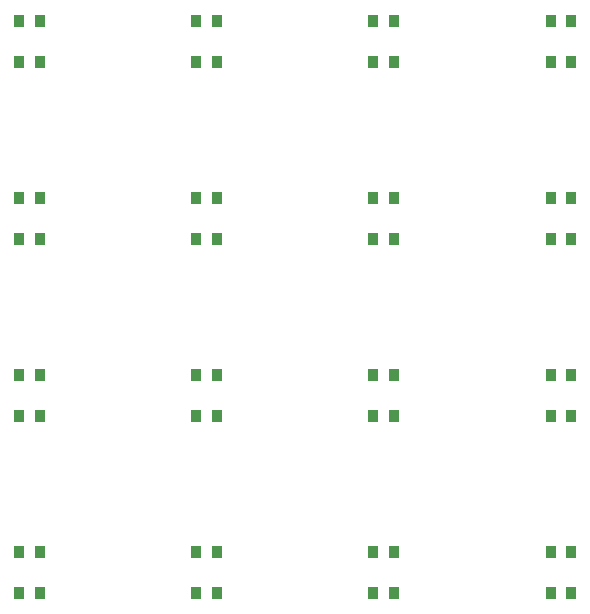
<source format=gbr>
G04 EAGLE Gerber RS-274X export*
G75*
%MOMM*%
%FSLAX34Y34*%
%LPD*%
%INSolderpaste Bottom*%
%IPPOS*%
%AMOC8*
5,1,8,0,0,1.08239X$1,22.5*%
G01*
%ADD10R,0.850000X1.000000*%


D10*
X216250Y242500D03*
X216250Y207500D03*
X233750Y242500D03*
X233750Y207500D03*
X66250Y242500D03*
X66250Y207500D03*
X83750Y242500D03*
X83750Y207500D03*
X-83750Y242500D03*
X-83750Y207500D03*
X-66250Y242500D03*
X-66250Y207500D03*
X-233750Y242500D03*
X-233750Y207500D03*
X-216250Y242500D03*
X-216250Y207500D03*
X216250Y92500D03*
X216250Y57500D03*
X233750Y92500D03*
X233750Y57500D03*
X66250Y92500D03*
X66250Y57500D03*
X83750Y92500D03*
X83750Y57500D03*
X-83750Y92500D03*
X-83750Y57500D03*
X-66250Y92500D03*
X-66250Y57500D03*
X-233750Y92500D03*
X-233750Y57500D03*
X-216250Y92500D03*
X-216250Y57500D03*
X216250Y-57500D03*
X216250Y-92500D03*
X233750Y-57500D03*
X233750Y-92500D03*
X66250Y-57500D03*
X66250Y-92500D03*
X83750Y-57500D03*
X83750Y-92500D03*
X-233750Y-57500D03*
X-233750Y-92500D03*
X-216250Y-57500D03*
X-216250Y-92500D03*
X-83750Y-57500D03*
X-83750Y-92500D03*
X-66250Y-57500D03*
X-66250Y-92500D03*
X216250Y-207500D03*
X216250Y-242500D03*
X233750Y-207500D03*
X233750Y-242500D03*
X66250Y-207500D03*
X66250Y-242500D03*
X83750Y-207500D03*
X83750Y-242500D03*
X-83750Y-207500D03*
X-83750Y-242500D03*
X-66250Y-207500D03*
X-66250Y-242500D03*
X-233750Y-207500D03*
X-233750Y-242500D03*
X-216250Y-207500D03*
X-216250Y-242500D03*
M02*

</source>
